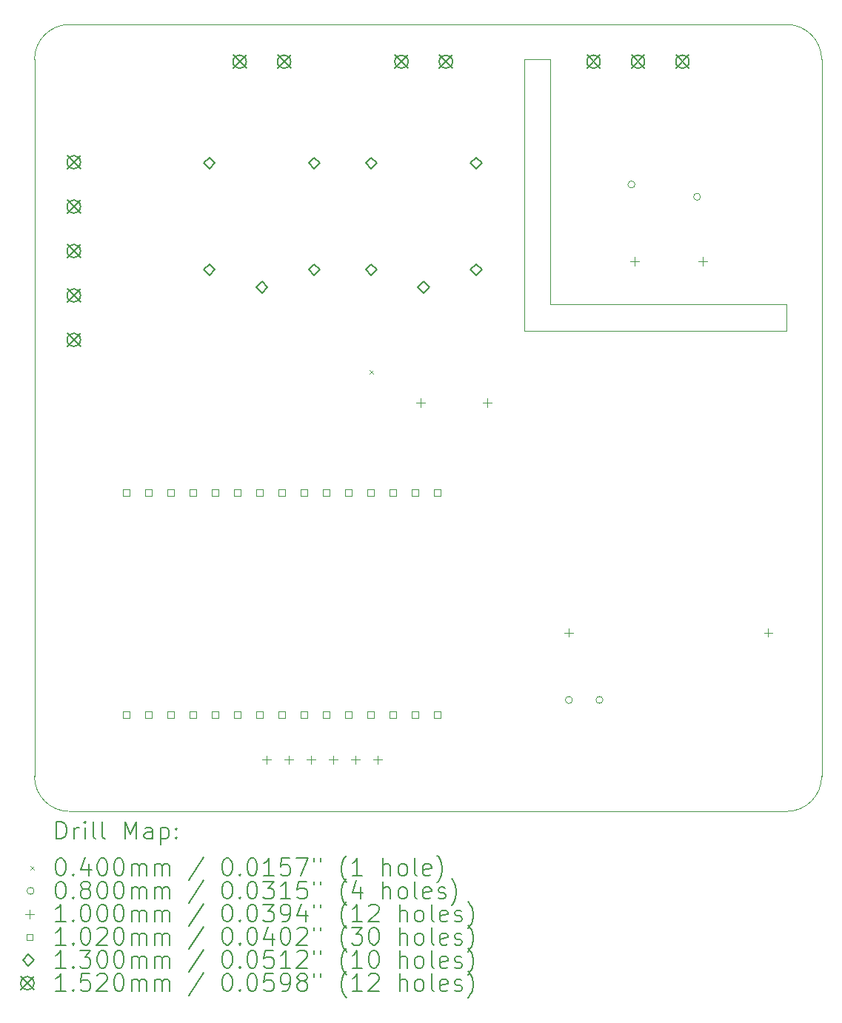
<source format=gbr>
%TF.GenerationSoftware,KiCad,Pcbnew,(6.0.7)*%
%TF.CreationDate,2022-11-19T09:32:56+05:30*%
%TF.ProjectId,ESP32_Drive,45535033-325f-4447-9269-76652e6b6963,rev?*%
%TF.SameCoordinates,Original*%
%TF.FileFunction,Drillmap*%
%TF.FilePolarity,Positive*%
%FSLAX45Y45*%
G04 Gerber Fmt 4.5, Leading zero omitted, Abs format (unit mm)*
G04 Created by KiCad (PCBNEW (6.0.7)) date 2022-11-19 09:32:56*
%MOMM*%
%LPD*%
G01*
G04 APERTURE LIST*
%ADD10C,0.100000*%
%ADD11C,0.200000*%
%ADD12C,0.040000*%
%ADD13C,0.080000*%
%ADD14C,0.102000*%
%ADD15C,0.130000*%
%ADD16C,0.152000*%
G04 APERTURE END LIST*
D10*
X10600000Y-6400000D02*
X10900000Y-6400000D01*
X5000000Y-14600000D02*
G75*
G03*
X5400000Y-15000000I400000J0D01*
G01*
X5400000Y-6000000D02*
G75*
G03*
X5000000Y-6400000I0J-400000D01*
G01*
X13600000Y-15000000D02*
G75*
G03*
X14000000Y-14600000I0J400000D01*
G01*
X13600000Y-9200000D02*
X13600000Y-9500000D01*
X10900000Y-6400000D02*
X10900000Y-9200000D01*
X10600000Y-9500000D02*
X10600000Y-6400000D01*
X5400000Y-6000000D02*
X13600000Y-6000000D01*
X13600000Y-15000000D02*
X5400000Y-15000000D01*
X5000000Y-14600000D02*
X5000000Y-6400000D01*
X14000000Y-6400000D02*
X14000000Y-14600000D01*
X10900000Y-9200000D02*
X13600000Y-9200000D01*
X14000000Y-6400000D02*
G75*
G03*
X13600000Y-6000000I-400000J0D01*
G01*
X13600000Y-9500000D02*
X10600000Y-9500000D01*
D11*
D12*
X8830000Y-9955000D02*
X8870000Y-9995000D01*
X8870000Y-9955000D02*
X8830000Y-9995000D01*
D13*
X11149735Y-13725000D02*
G75*
G03*
X11149735Y-13725000I-40000J0D01*
G01*
X11499735Y-13725000D02*
G75*
G03*
X11499735Y-13725000I-40000J0D01*
G01*
X11865000Y-7830000D02*
G75*
G03*
X11865000Y-7830000I-40000J0D01*
G01*
X12615000Y-7970000D02*
G75*
G03*
X12615000Y-7970000I-40000J0D01*
G01*
D10*
X7655000Y-14360000D02*
X7655000Y-14460000D01*
X7605000Y-14410000D02*
X7705000Y-14410000D01*
X7909000Y-14360000D02*
X7909000Y-14460000D01*
X7859000Y-14410000D02*
X7959000Y-14410000D01*
X8163000Y-14360000D02*
X8163000Y-14460000D01*
X8113000Y-14410000D02*
X8213000Y-14410000D01*
X8417000Y-14360000D02*
X8417000Y-14460000D01*
X8367000Y-14410000D02*
X8467000Y-14410000D01*
X8671000Y-14360000D02*
X8671000Y-14460000D01*
X8621000Y-14410000D02*
X8721000Y-14410000D01*
X8925000Y-14360000D02*
X8925000Y-14460000D01*
X8875000Y-14410000D02*
X8975000Y-14410000D01*
X9415000Y-10275000D02*
X9415000Y-10375000D01*
X9365000Y-10325000D02*
X9465000Y-10325000D01*
X10175000Y-10275000D02*
X10175000Y-10375000D01*
X10125000Y-10325000D02*
X10225000Y-10325000D01*
X11110000Y-12905000D02*
X11110000Y-13005000D01*
X11060000Y-12955000D02*
X11160000Y-12955000D01*
X11860000Y-8655000D02*
X11860000Y-8755000D01*
X11810000Y-8705000D02*
X11910000Y-8705000D01*
X12640000Y-8655000D02*
X12640000Y-8755000D01*
X12590000Y-8705000D02*
X12690000Y-8705000D01*
X13390000Y-12905000D02*
X13390000Y-13005000D01*
X13340000Y-12955000D02*
X13440000Y-12955000D01*
D14*
X6084563Y-11388813D02*
X6084563Y-11316687D01*
X6012437Y-11316687D01*
X6012437Y-11388813D01*
X6084563Y-11388813D01*
X6084563Y-13928813D02*
X6084563Y-13856687D01*
X6012437Y-13856687D01*
X6012437Y-13928813D01*
X6084563Y-13928813D01*
X6338563Y-11388813D02*
X6338563Y-11316687D01*
X6266437Y-11316687D01*
X6266437Y-11388813D01*
X6338563Y-11388813D01*
X6338563Y-13928813D02*
X6338563Y-13856687D01*
X6266437Y-13856687D01*
X6266437Y-13928813D01*
X6338563Y-13928813D01*
X6592563Y-11388813D02*
X6592563Y-11316687D01*
X6520437Y-11316687D01*
X6520437Y-11388813D01*
X6592563Y-11388813D01*
X6592563Y-13928813D02*
X6592563Y-13856687D01*
X6520437Y-13856687D01*
X6520437Y-13928813D01*
X6592563Y-13928813D01*
X6846563Y-11388813D02*
X6846563Y-11316687D01*
X6774437Y-11316687D01*
X6774437Y-11388813D01*
X6846563Y-11388813D01*
X6846563Y-13928813D02*
X6846563Y-13856687D01*
X6774437Y-13856687D01*
X6774437Y-13928813D01*
X6846563Y-13928813D01*
X7100563Y-11388813D02*
X7100563Y-11316687D01*
X7028437Y-11316687D01*
X7028437Y-11388813D01*
X7100563Y-11388813D01*
X7100563Y-13928813D02*
X7100563Y-13856687D01*
X7028437Y-13856687D01*
X7028437Y-13928813D01*
X7100563Y-13928813D01*
X7354563Y-11388813D02*
X7354563Y-11316687D01*
X7282437Y-11316687D01*
X7282437Y-11388813D01*
X7354563Y-11388813D01*
X7354563Y-13928813D02*
X7354563Y-13856687D01*
X7282437Y-13856687D01*
X7282437Y-13928813D01*
X7354563Y-13928813D01*
X7608563Y-11388813D02*
X7608563Y-11316687D01*
X7536437Y-11316687D01*
X7536437Y-11388813D01*
X7608563Y-11388813D01*
X7608563Y-13928813D02*
X7608563Y-13856687D01*
X7536437Y-13856687D01*
X7536437Y-13928813D01*
X7608563Y-13928813D01*
X7862563Y-11388813D02*
X7862563Y-11316687D01*
X7790437Y-11316687D01*
X7790437Y-11388813D01*
X7862563Y-11388813D01*
X7862563Y-13928813D02*
X7862563Y-13856687D01*
X7790437Y-13856687D01*
X7790437Y-13928813D01*
X7862563Y-13928813D01*
X8116563Y-11388813D02*
X8116563Y-11316687D01*
X8044437Y-11316687D01*
X8044437Y-11388813D01*
X8116563Y-11388813D01*
X8116563Y-13928813D02*
X8116563Y-13856687D01*
X8044437Y-13856687D01*
X8044437Y-13928813D01*
X8116563Y-13928813D01*
X8370563Y-11388813D02*
X8370563Y-11316687D01*
X8298437Y-11316687D01*
X8298437Y-11388813D01*
X8370563Y-11388813D01*
X8370563Y-13928813D02*
X8370563Y-13856687D01*
X8298437Y-13856687D01*
X8298437Y-13928813D01*
X8370563Y-13928813D01*
X8624563Y-11388813D02*
X8624563Y-11316687D01*
X8552437Y-11316687D01*
X8552437Y-11388813D01*
X8624563Y-11388813D01*
X8624563Y-13928813D02*
X8624563Y-13856687D01*
X8552437Y-13856687D01*
X8552437Y-13928813D01*
X8624563Y-13928813D01*
X8878563Y-11388813D02*
X8878563Y-11316687D01*
X8806437Y-11316687D01*
X8806437Y-11388813D01*
X8878563Y-11388813D01*
X8878563Y-13928813D02*
X8878563Y-13856687D01*
X8806437Y-13856687D01*
X8806437Y-13928813D01*
X8878563Y-13928813D01*
X9132563Y-11388813D02*
X9132563Y-11316687D01*
X9060437Y-11316687D01*
X9060437Y-11388813D01*
X9132563Y-11388813D01*
X9132563Y-13928813D02*
X9132563Y-13856687D01*
X9060437Y-13856687D01*
X9060437Y-13928813D01*
X9132563Y-13928813D01*
X9386563Y-11388813D02*
X9386563Y-11316687D01*
X9314437Y-11316687D01*
X9314437Y-11388813D01*
X9386563Y-11388813D01*
X9386563Y-13928813D02*
X9386563Y-13856687D01*
X9314437Y-13856687D01*
X9314437Y-13928813D01*
X9386563Y-13928813D01*
X9640563Y-11388813D02*
X9640563Y-11316687D01*
X9568437Y-11316687D01*
X9568437Y-11388813D01*
X9640563Y-11388813D01*
X9640563Y-13928813D02*
X9640563Y-13856687D01*
X9568437Y-13856687D01*
X9568437Y-13928813D01*
X9640563Y-13928813D01*
D15*
X7000000Y-7650000D02*
X7065000Y-7585000D01*
X7000000Y-7520000D01*
X6935000Y-7585000D01*
X7000000Y-7650000D01*
X7000000Y-8870000D02*
X7065000Y-8805000D01*
X7000000Y-8740000D01*
X6935000Y-8805000D01*
X7000000Y-8870000D01*
X7600000Y-9070000D02*
X7665000Y-9005000D01*
X7600000Y-8940000D01*
X7535000Y-9005000D01*
X7600000Y-9070000D01*
X8200000Y-7650000D02*
X8265000Y-7585000D01*
X8200000Y-7520000D01*
X8135000Y-7585000D01*
X8200000Y-7650000D01*
X8200000Y-8870000D02*
X8265000Y-8805000D01*
X8200000Y-8740000D01*
X8135000Y-8805000D01*
X8200000Y-8870000D01*
X8850000Y-7650000D02*
X8915000Y-7585000D01*
X8850000Y-7520000D01*
X8785000Y-7585000D01*
X8850000Y-7650000D01*
X8850000Y-8870000D02*
X8915000Y-8805000D01*
X8850000Y-8740000D01*
X8785000Y-8805000D01*
X8850000Y-8870000D01*
X9450000Y-9070000D02*
X9515000Y-9005000D01*
X9450000Y-8940000D01*
X9385000Y-9005000D01*
X9450000Y-9070000D01*
X10050000Y-7650000D02*
X10115000Y-7585000D01*
X10050000Y-7520000D01*
X9985000Y-7585000D01*
X10050000Y-7650000D01*
X10050000Y-8870000D02*
X10115000Y-8805000D01*
X10050000Y-8740000D01*
X9985000Y-8805000D01*
X10050000Y-8870000D01*
D16*
X5374000Y-7499000D02*
X5526000Y-7651000D01*
X5526000Y-7499000D02*
X5374000Y-7651000D01*
X5526000Y-7575000D02*
G75*
G03*
X5526000Y-7575000I-76000J0D01*
G01*
X5374000Y-8007000D02*
X5526000Y-8159000D01*
X5526000Y-8007000D02*
X5374000Y-8159000D01*
X5526000Y-8083000D02*
G75*
G03*
X5526000Y-8083000I-76000J0D01*
G01*
X5374000Y-8515000D02*
X5526000Y-8667000D01*
X5526000Y-8515000D02*
X5374000Y-8667000D01*
X5526000Y-8591000D02*
G75*
G03*
X5526000Y-8591000I-76000J0D01*
G01*
X5374000Y-9023000D02*
X5526000Y-9175000D01*
X5526000Y-9023000D02*
X5374000Y-9175000D01*
X5526000Y-9099000D02*
G75*
G03*
X5526000Y-9099000I-76000J0D01*
G01*
X5374000Y-9531000D02*
X5526000Y-9683000D01*
X5526000Y-9531000D02*
X5374000Y-9683000D01*
X5526000Y-9607000D02*
G75*
G03*
X5526000Y-9607000I-76000J0D01*
G01*
X7270000Y-6349000D02*
X7422000Y-6501000D01*
X7422000Y-6349000D02*
X7270000Y-6501000D01*
X7422000Y-6425000D02*
G75*
G03*
X7422000Y-6425000I-76000J0D01*
G01*
X7778000Y-6349000D02*
X7930000Y-6501000D01*
X7930000Y-6349000D02*
X7778000Y-6501000D01*
X7930000Y-6425000D02*
G75*
G03*
X7930000Y-6425000I-76000J0D01*
G01*
X9120000Y-6349000D02*
X9272000Y-6501000D01*
X9272000Y-6349000D02*
X9120000Y-6501000D01*
X9272000Y-6425000D02*
G75*
G03*
X9272000Y-6425000I-76000J0D01*
G01*
X9628000Y-6349000D02*
X9780000Y-6501000D01*
X9780000Y-6349000D02*
X9628000Y-6501000D01*
X9780000Y-6425000D02*
G75*
G03*
X9780000Y-6425000I-76000J0D01*
G01*
X11316000Y-6349000D02*
X11468000Y-6501000D01*
X11468000Y-6349000D02*
X11316000Y-6501000D01*
X11468000Y-6425000D02*
G75*
G03*
X11468000Y-6425000I-76000J0D01*
G01*
X11824000Y-6349000D02*
X11976000Y-6501000D01*
X11976000Y-6349000D02*
X11824000Y-6501000D01*
X11976000Y-6425000D02*
G75*
G03*
X11976000Y-6425000I-76000J0D01*
G01*
X12332000Y-6349000D02*
X12484000Y-6501000D01*
X12484000Y-6349000D02*
X12332000Y-6501000D01*
X12484000Y-6425000D02*
G75*
G03*
X12484000Y-6425000I-76000J0D01*
G01*
D11*
X5252619Y-15315476D02*
X5252619Y-15115476D01*
X5300238Y-15115476D01*
X5328810Y-15125000D01*
X5347857Y-15144048D01*
X5357381Y-15163095D01*
X5366905Y-15201190D01*
X5366905Y-15229762D01*
X5357381Y-15267857D01*
X5347857Y-15286905D01*
X5328810Y-15305952D01*
X5300238Y-15315476D01*
X5252619Y-15315476D01*
X5452619Y-15315476D02*
X5452619Y-15182143D01*
X5452619Y-15220238D02*
X5462143Y-15201190D01*
X5471667Y-15191667D01*
X5490714Y-15182143D01*
X5509762Y-15182143D01*
X5576429Y-15315476D02*
X5576429Y-15182143D01*
X5576429Y-15115476D02*
X5566905Y-15125000D01*
X5576429Y-15134524D01*
X5585952Y-15125000D01*
X5576429Y-15115476D01*
X5576429Y-15134524D01*
X5700238Y-15315476D02*
X5681190Y-15305952D01*
X5671667Y-15286905D01*
X5671667Y-15115476D01*
X5805000Y-15315476D02*
X5785952Y-15305952D01*
X5776428Y-15286905D01*
X5776428Y-15115476D01*
X6033571Y-15315476D02*
X6033571Y-15115476D01*
X6100238Y-15258333D01*
X6166905Y-15115476D01*
X6166905Y-15315476D01*
X6347857Y-15315476D02*
X6347857Y-15210714D01*
X6338333Y-15191667D01*
X6319286Y-15182143D01*
X6281190Y-15182143D01*
X6262143Y-15191667D01*
X6347857Y-15305952D02*
X6328809Y-15315476D01*
X6281190Y-15315476D01*
X6262143Y-15305952D01*
X6252619Y-15286905D01*
X6252619Y-15267857D01*
X6262143Y-15248809D01*
X6281190Y-15239286D01*
X6328809Y-15239286D01*
X6347857Y-15229762D01*
X6443095Y-15182143D02*
X6443095Y-15382143D01*
X6443095Y-15191667D02*
X6462143Y-15182143D01*
X6500238Y-15182143D01*
X6519286Y-15191667D01*
X6528809Y-15201190D01*
X6538333Y-15220238D01*
X6538333Y-15277381D01*
X6528809Y-15296428D01*
X6519286Y-15305952D01*
X6500238Y-15315476D01*
X6462143Y-15315476D01*
X6443095Y-15305952D01*
X6624048Y-15296428D02*
X6633571Y-15305952D01*
X6624048Y-15315476D01*
X6614524Y-15305952D01*
X6624048Y-15296428D01*
X6624048Y-15315476D01*
X6624048Y-15191667D02*
X6633571Y-15201190D01*
X6624048Y-15210714D01*
X6614524Y-15201190D01*
X6624048Y-15191667D01*
X6624048Y-15210714D01*
D12*
X4955000Y-15625000D02*
X4995000Y-15665000D01*
X4995000Y-15625000D02*
X4955000Y-15665000D01*
D11*
X5290714Y-15535476D02*
X5309762Y-15535476D01*
X5328810Y-15545000D01*
X5338333Y-15554524D01*
X5347857Y-15573571D01*
X5357381Y-15611667D01*
X5357381Y-15659286D01*
X5347857Y-15697381D01*
X5338333Y-15716428D01*
X5328810Y-15725952D01*
X5309762Y-15735476D01*
X5290714Y-15735476D01*
X5271667Y-15725952D01*
X5262143Y-15716428D01*
X5252619Y-15697381D01*
X5243095Y-15659286D01*
X5243095Y-15611667D01*
X5252619Y-15573571D01*
X5262143Y-15554524D01*
X5271667Y-15545000D01*
X5290714Y-15535476D01*
X5443095Y-15716428D02*
X5452619Y-15725952D01*
X5443095Y-15735476D01*
X5433571Y-15725952D01*
X5443095Y-15716428D01*
X5443095Y-15735476D01*
X5624048Y-15602143D02*
X5624048Y-15735476D01*
X5576429Y-15525952D02*
X5528810Y-15668809D01*
X5652619Y-15668809D01*
X5766905Y-15535476D02*
X5785952Y-15535476D01*
X5805000Y-15545000D01*
X5814524Y-15554524D01*
X5824048Y-15573571D01*
X5833571Y-15611667D01*
X5833571Y-15659286D01*
X5824048Y-15697381D01*
X5814524Y-15716428D01*
X5805000Y-15725952D01*
X5785952Y-15735476D01*
X5766905Y-15735476D01*
X5747857Y-15725952D01*
X5738333Y-15716428D01*
X5728809Y-15697381D01*
X5719286Y-15659286D01*
X5719286Y-15611667D01*
X5728809Y-15573571D01*
X5738333Y-15554524D01*
X5747857Y-15545000D01*
X5766905Y-15535476D01*
X5957381Y-15535476D02*
X5976428Y-15535476D01*
X5995476Y-15545000D01*
X6005000Y-15554524D01*
X6014524Y-15573571D01*
X6024048Y-15611667D01*
X6024048Y-15659286D01*
X6014524Y-15697381D01*
X6005000Y-15716428D01*
X5995476Y-15725952D01*
X5976428Y-15735476D01*
X5957381Y-15735476D01*
X5938333Y-15725952D01*
X5928809Y-15716428D01*
X5919286Y-15697381D01*
X5909762Y-15659286D01*
X5909762Y-15611667D01*
X5919286Y-15573571D01*
X5928809Y-15554524D01*
X5938333Y-15545000D01*
X5957381Y-15535476D01*
X6109762Y-15735476D02*
X6109762Y-15602143D01*
X6109762Y-15621190D02*
X6119286Y-15611667D01*
X6138333Y-15602143D01*
X6166905Y-15602143D01*
X6185952Y-15611667D01*
X6195476Y-15630714D01*
X6195476Y-15735476D01*
X6195476Y-15630714D02*
X6205000Y-15611667D01*
X6224048Y-15602143D01*
X6252619Y-15602143D01*
X6271667Y-15611667D01*
X6281190Y-15630714D01*
X6281190Y-15735476D01*
X6376428Y-15735476D02*
X6376428Y-15602143D01*
X6376428Y-15621190D02*
X6385952Y-15611667D01*
X6405000Y-15602143D01*
X6433571Y-15602143D01*
X6452619Y-15611667D01*
X6462143Y-15630714D01*
X6462143Y-15735476D01*
X6462143Y-15630714D02*
X6471667Y-15611667D01*
X6490714Y-15602143D01*
X6519286Y-15602143D01*
X6538333Y-15611667D01*
X6547857Y-15630714D01*
X6547857Y-15735476D01*
X6938333Y-15525952D02*
X6766905Y-15783095D01*
X7195476Y-15535476D02*
X7214524Y-15535476D01*
X7233571Y-15545000D01*
X7243095Y-15554524D01*
X7252619Y-15573571D01*
X7262143Y-15611667D01*
X7262143Y-15659286D01*
X7252619Y-15697381D01*
X7243095Y-15716428D01*
X7233571Y-15725952D01*
X7214524Y-15735476D01*
X7195476Y-15735476D01*
X7176428Y-15725952D01*
X7166905Y-15716428D01*
X7157381Y-15697381D01*
X7147857Y-15659286D01*
X7147857Y-15611667D01*
X7157381Y-15573571D01*
X7166905Y-15554524D01*
X7176428Y-15545000D01*
X7195476Y-15535476D01*
X7347857Y-15716428D02*
X7357381Y-15725952D01*
X7347857Y-15735476D01*
X7338333Y-15725952D01*
X7347857Y-15716428D01*
X7347857Y-15735476D01*
X7481190Y-15535476D02*
X7500238Y-15535476D01*
X7519286Y-15545000D01*
X7528809Y-15554524D01*
X7538333Y-15573571D01*
X7547857Y-15611667D01*
X7547857Y-15659286D01*
X7538333Y-15697381D01*
X7528809Y-15716428D01*
X7519286Y-15725952D01*
X7500238Y-15735476D01*
X7481190Y-15735476D01*
X7462143Y-15725952D01*
X7452619Y-15716428D01*
X7443095Y-15697381D01*
X7433571Y-15659286D01*
X7433571Y-15611667D01*
X7443095Y-15573571D01*
X7452619Y-15554524D01*
X7462143Y-15545000D01*
X7481190Y-15535476D01*
X7738333Y-15735476D02*
X7624048Y-15735476D01*
X7681190Y-15735476D02*
X7681190Y-15535476D01*
X7662143Y-15564048D01*
X7643095Y-15583095D01*
X7624048Y-15592619D01*
X7919286Y-15535476D02*
X7824048Y-15535476D01*
X7814524Y-15630714D01*
X7824048Y-15621190D01*
X7843095Y-15611667D01*
X7890714Y-15611667D01*
X7909762Y-15621190D01*
X7919286Y-15630714D01*
X7928809Y-15649762D01*
X7928809Y-15697381D01*
X7919286Y-15716428D01*
X7909762Y-15725952D01*
X7890714Y-15735476D01*
X7843095Y-15735476D01*
X7824048Y-15725952D01*
X7814524Y-15716428D01*
X7995476Y-15535476D02*
X8128809Y-15535476D01*
X8043095Y-15735476D01*
X8195476Y-15535476D02*
X8195476Y-15573571D01*
X8271667Y-15535476D02*
X8271667Y-15573571D01*
X8566905Y-15811667D02*
X8557381Y-15802143D01*
X8538333Y-15773571D01*
X8528810Y-15754524D01*
X8519286Y-15725952D01*
X8509762Y-15678333D01*
X8509762Y-15640238D01*
X8519286Y-15592619D01*
X8528810Y-15564048D01*
X8538333Y-15545000D01*
X8557381Y-15516428D01*
X8566905Y-15506905D01*
X8747857Y-15735476D02*
X8633571Y-15735476D01*
X8690714Y-15735476D02*
X8690714Y-15535476D01*
X8671667Y-15564048D01*
X8652619Y-15583095D01*
X8633571Y-15592619D01*
X8985952Y-15735476D02*
X8985952Y-15535476D01*
X9071667Y-15735476D02*
X9071667Y-15630714D01*
X9062143Y-15611667D01*
X9043095Y-15602143D01*
X9014524Y-15602143D01*
X8995476Y-15611667D01*
X8985952Y-15621190D01*
X9195476Y-15735476D02*
X9176429Y-15725952D01*
X9166905Y-15716428D01*
X9157381Y-15697381D01*
X9157381Y-15640238D01*
X9166905Y-15621190D01*
X9176429Y-15611667D01*
X9195476Y-15602143D01*
X9224048Y-15602143D01*
X9243095Y-15611667D01*
X9252619Y-15621190D01*
X9262143Y-15640238D01*
X9262143Y-15697381D01*
X9252619Y-15716428D01*
X9243095Y-15725952D01*
X9224048Y-15735476D01*
X9195476Y-15735476D01*
X9376429Y-15735476D02*
X9357381Y-15725952D01*
X9347857Y-15706905D01*
X9347857Y-15535476D01*
X9528810Y-15725952D02*
X9509762Y-15735476D01*
X9471667Y-15735476D01*
X9452619Y-15725952D01*
X9443095Y-15706905D01*
X9443095Y-15630714D01*
X9452619Y-15611667D01*
X9471667Y-15602143D01*
X9509762Y-15602143D01*
X9528810Y-15611667D01*
X9538333Y-15630714D01*
X9538333Y-15649762D01*
X9443095Y-15668809D01*
X9605000Y-15811667D02*
X9614524Y-15802143D01*
X9633571Y-15773571D01*
X9643095Y-15754524D01*
X9652619Y-15725952D01*
X9662143Y-15678333D01*
X9662143Y-15640238D01*
X9652619Y-15592619D01*
X9643095Y-15564048D01*
X9633571Y-15545000D01*
X9614524Y-15516428D01*
X9605000Y-15506905D01*
D13*
X4995000Y-15909000D02*
G75*
G03*
X4995000Y-15909000I-40000J0D01*
G01*
D11*
X5290714Y-15799476D02*
X5309762Y-15799476D01*
X5328810Y-15809000D01*
X5338333Y-15818524D01*
X5347857Y-15837571D01*
X5357381Y-15875667D01*
X5357381Y-15923286D01*
X5347857Y-15961381D01*
X5338333Y-15980428D01*
X5328810Y-15989952D01*
X5309762Y-15999476D01*
X5290714Y-15999476D01*
X5271667Y-15989952D01*
X5262143Y-15980428D01*
X5252619Y-15961381D01*
X5243095Y-15923286D01*
X5243095Y-15875667D01*
X5252619Y-15837571D01*
X5262143Y-15818524D01*
X5271667Y-15809000D01*
X5290714Y-15799476D01*
X5443095Y-15980428D02*
X5452619Y-15989952D01*
X5443095Y-15999476D01*
X5433571Y-15989952D01*
X5443095Y-15980428D01*
X5443095Y-15999476D01*
X5566905Y-15885190D02*
X5547857Y-15875667D01*
X5538333Y-15866143D01*
X5528810Y-15847095D01*
X5528810Y-15837571D01*
X5538333Y-15818524D01*
X5547857Y-15809000D01*
X5566905Y-15799476D01*
X5605000Y-15799476D01*
X5624048Y-15809000D01*
X5633571Y-15818524D01*
X5643095Y-15837571D01*
X5643095Y-15847095D01*
X5633571Y-15866143D01*
X5624048Y-15875667D01*
X5605000Y-15885190D01*
X5566905Y-15885190D01*
X5547857Y-15894714D01*
X5538333Y-15904238D01*
X5528810Y-15923286D01*
X5528810Y-15961381D01*
X5538333Y-15980428D01*
X5547857Y-15989952D01*
X5566905Y-15999476D01*
X5605000Y-15999476D01*
X5624048Y-15989952D01*
X5633571Y-15980428D01*
X5643095Y-15961381D01*
X5643095Y-15923286D01*
X5633571Y-15904238D01*
X5624048Y-15894714D01*
X5605000Y-15885190D01*
X5766905Y-15799476D02*
X5785952Y-15799476D01*
X5805000Y-15809000D01*
X5814524Y-15818524D01*
X5824048Y-15837571D01*
X5833571Y-15875667D01*
X5833571Y-15923286D01*
X5824048Y-15961381D01*
X5814524Y-15980428D01*
X5805000Y-15989952D01*
X5785952Y-15999476D01*
X5766905Y-15999476D01*
X5747857Y-15989952D01*
X5738333Y-15980428D01*
X5728809Y-15961381D01*
X5719286Y-15923286D01*
X5719286Y-15875667D01*
X5728809Y-15837571D01*
X5738333Y-15818524D01*
X5747857Y-15809000D01*
X5766905Y-15799476D01*
X5957381Y-15799476D02*
X5976428Y-15799476D01*
X5995476Y-15809000D01*
X6005000Y-15818524D01*
X6014524Y-15837571D01*
X6024048Y-15875667D01*
X6024048Y-15923286D01*
X6014524Y-15961381D01*
X6005000Y-15980428D01*
X5995476Y-15989952D01*
X5976428Y-15999476D01*
X5957381Y-15999476D01*
X5938333Y-15989952D01*
X5928809Y-15980428D01*
X5919286Y-15961381D01*
X5909762Y-15923286D01*
X5909762Y-15875667D01*
X5919286Y-15837571D01*
X5928809Y-15818524D01*
X5938333Y-15809000D01*
X5957381Y-15799476D01*
X6109762Y-15999476D02*
X6109762Y-15866143D01*
X6109762Y-15885190D02*
X6119286Y-15875667D01*
X6138333Y-15866143D01*
X6166905Y-15866143D01*
X6185952Y-15875667D01*
X6195476Y-15894714D01*
X6195476Y-15999476D01*
X6195476Y-15894714D02*
X6205000Y-15875667D01*
X6224048Y-15866143D01*
X6252619Y-15866143D01*
X6271667Y-15875667D01*
X6281190Y-15894714D01*
X6281190Y-15999476D01*
X6376428Y-15999476D02*
X6376428Y-15866143D01*
X6376428Y-15885190D02*
X6385952Y-15875667D01*
X6405000Y-15866143D01*
X6433571Y-15866143D01*
X6452619Y-15875667D01*
X6462143Y-15894714D01*
X6462143Y-15999476D01*
X6462143Y-15894714D02*
X6471667Y-15875667D01*
X6490714Y-15866143D01*
X6519286Y-15866143D01*
X6538333Y-15875667D01*
X6547857Y-15894714D01*
X6547857Y-15999476D01*
X6938333Y-15789952D02*
X6766905Y-16047095D01*
X7195476Y-15799476D02*
X7214524Y-15799476D01*
X7233571Y-15809000D01*
X7243095Y-15818524D01*
X7252619Y-15837571D01*
X7262143Y-15875667D01*
X7262143Y-15923286D01*
X7252619Y-15961381D01*
X7243095Y-15980428D01*
X7233571Y-15989952D01*
X7214524Y-15999476D01*
X7195476Y-15999476D01*
X7176428Y-15989952D01*
X7166905Y-15980428D01*
X7157381Y-15961381D01*
X7147857Y-15923286D01*
X7147857Y-15875667D01*
X7157381Y-15837571D01*
X7166905Y-15818524D01*
X7176428Y-15809000D01*
X7195476Y-15799476D01*
X7347857Y-15980428D02*
X7357381Y-15989952D01*
X7347857Y-15999476D01*
X7338333Y-15989952D01*
X7347857Y-15980428D01*
X7347857Y-15999476D01*
X7481190Y-15799476D02*
X7500238Y-15799476D01*
X7519286Y-15809000D01*
X7528809Y-15818524D01*
X7538333Y-15837571D01*
X7547857Y-15875667D01*
X7547857Y-15923286D01*
X7538333Y-15961381D01*
X7528809Y-15980428D01*
X7519286Y-15989952D01*
X7500238Y-15999476D01*
X7481190Y-15999476D01*
X7462143Y-15989952D01*
X7452619Y-15980428D01*
X7443095Y-15961381D01*
X7433571Y-15923286D01*
X7433571Y-15875667D01*
X7443095Y-15837571D01*
X7452619Y-15818524D01*
X7462143Y-15809000D01*
X7481190Y-15799476D01*
X7614524Y-15799476D02*
X7738333Y-15799476D01*
X7671667Y-15875667D01*
X7700238Y-15875667D01*
X7719286Y-15885190D01*
X7728809Y-15894714D01*
X7738333Y-15913762D01*
X7738333Y-15961381D01*
X7728809Y-15980428D01*
X7719286Y-15989952D01*
X7700238Y-15999476D01*
X7643095Y-15999476D01*
X7624048Y-15989952D01*
X7614524Y-15980428D01*
X7928809Y-15999476D02*
X7814524Y-15999476D01*
X7871667Y-15999476D02*
X7871667Y-15799476D01*
X7852619Y-15828048D01*
X7833571Y-15847095D01*
X7814524Y-15856619D01*
X8109762Y-15799476D02*
X8014524Y-15799476D01*
X8005000Y-15894714D01*
X8014524Y-15885190D01*
X8033571Y-15875667D01*
X8081190Y-15875667D01*
X8100238Y-15885190D01*
X8109762Y-15894714D01*
X8119286Y-15913762D01*
X8119286Y-15961381D01*
X8109762Y-15980428D01*
X8100238Y-15989952D01*
X8081190Y-15999476D01*
X8033571Y-15999476D01*
X8014524Y-15989952D01*
X8005000Y-15980428D01*
X8195476Y-15799476D02*
X8195476Y-15837571D01*
X8271667Y-15799476D02*
X8271667Y-15837571D01*
X8566905Y-16075667D02*
X8557381Y-16066143D01*
X8538333Y-16037571D01*
X8528810Y-16018524D01*
X8519286Y-15989952D01*
X8509762Y-15942333D01*
X8509762Y-15904238D01*
X8519286Y-15856619D01*
X8528810Y-15828048D01*
X8538333Y-15809000D01*
X8557381Y-15780428D01*
X8566905Y-15770905D01*
X8728810Y-15866143D02*
X8728810Y-15999476D01*
X8681190Y-15789952D02*
X8633571Y-15932809D01*
X8757381Y-15932809D01*
X8985952Y-15999476D02*
X8985952Y-15799476D01*
X9071667Y-15999476D02*
X9071667Y-15894714D01*
X9062143Y-15875667D01*
X9043095Y-15866143D01*
X9014524Y-15866143D01*
X8995476Y-15875667D01*
X8985952Y-15885190D01*
X9195476Y-15999476D02*
X9176429Y-15989952D01*
X9166905Y-15980428D01*
X9157381Y-15961381D01*
X9157381Y-15904238D01*
X9166905Y-15885190D01*
X9176429Y-15875667D01*
X9195476Y-15866143D01*
X9224048Y-15866143D01*
X9243095Y-15875667D01*
X9252619Y-15885190D01*
X9262143Y-15904238D01*
X9262143Y-15961381D01*
X9252619Y-15980428D01*
X9243095Y-15989952D01*
X9224048Y-15999476D01*
X9195476Y-15999476D01*
X9376429Y-15999476D02*
X9357381Y-15989952D01*
X9347857Y-15970905D01*
X9347857Y-15799476D01*
X9528810Y-15989952D02*
X9509762Y-15999476D01*
X9471667Y-15999476D01*
X9452619Y-15989952D01*
X9443095Y-15970905D01*
X9443095Y-15894714D01*
X9452619Y-15875667D01*
X9471667Y-15866143D01*
X9509762Y-15866143D01*
X9528810Y-15875667D01*
X9538333Y-15894714D01*
X9538333Y-15913762D01*
X9443095Y-15932809D01*
X9614524Y-15989952D02*
X9633571Y-15999476D01*
X9671667Y-15999476D01*
X9690714Y-15989952D01*
X9700238Y-15970905D01*
X9700238Y-15961381D01*
X9690714Y-15942333D01*
X9671667Y-15932809D01*
X9643095Y-15932809D01*
X9624048Y-15923286D01*
X9614524Y-15904238D01*
X9614524Y-15894714D01*
X9624048Y-15875667D01*
X9643095Y-15866143D01*
X9671667Y-15866143D01*
X9690714Y-15875667D01*
X9766905Y-16075667D02*
X9776429Y-16066143D01*
X9795476Y-16037571D01*
X9805000Y-16018524D01*
X9814524Y-15989952D01*
X9824048Y-15942333D01*
X9824048Y-15904238D01*
X9814524Y-15856619D01*
X9805000Y-15828048D01*
X9795476Y-15809000D01*
X9776429Y-15780428D01*
X9766905Y-15770905D01*
D10*
X4945000Y-16123000D02*
X4945000Y-16223000D01*
X4895000Y-16173000D02*
X4995000Y-16173000D01*
D11*
X5357381Y-16263476D02*
X5243095Y-16263476D01*
X5300238Y-16263476D02*
X5300238Y-16063476D01*
X5281190Y-16092048D01*
X5262143Y-16111095D01*
X5243095Y-16120619D01*
X5443095Y-16244428D02*
X5452619Y-16253952D01*
X5443095Y-16263476D01*
X5433571Y-16253952D01*
X5443095Y-16244428D01*
X5443095Y-16263476D01*
X5576429Y-16063476D02*
X5595476Y-16063476D01*
X5614524Y-16073000D01*
X5624048Y-16082524D01*
X5633571Y-16101571D01*
X5643095Y-16139667D01*
X5643095Y-16187286D01*
X5633571Y-16225381D01*
X5624048Y-16244428D01*
X5614524Y-16253952D01*
X5595476Y-16263476D01*
X5576429Y-16263476D01*
X5557381Y-16253952D01*
X5547857Y-16244428D01*
X5538333Y-16225381D01*
X5528810Y-16187286D01*
X5528810Y-16139667D01*
X5538333Y-16101571D01*
X5547857Y-16082524D01*
X5557381Y-16073000D01*
X5576429Y-16063476D01*
X5766905Y-16063476D02*
X5785952Y-16063476D01*
X5805000Y-16073000D01*
X5814524Y-16082524D01*
X5824048Y-16101571D01*
X5833571Y-16139667D01*
X5833571Y-16187286D01*
X5824048Y-16225381D01*
X5814524Y-16244428D01*
X5805000Y-16253952D01*
X5785952Y-16263476D01*
X5766905Y-16263476D01*
X5747857Y-16253952D01*
X5738333Y-16244428D01*
X5728809Y-16225381D01*
X5719286Y-16187286D01*
X5719286Y-16139667D01*
X5728809Y-16101571D01*
X5738333Y-16082524D01*
X5747857Y-16073000D01*
X5766905Y-16063476D01*
X5957381Y-16063476D02*
X5976428Y-16063476D01*
X5995476Y-16073000D01*
X6005000Y-16082524D01*
X6014524Y-16101571D01*
X6024048Y-16139667D01*
X6024048Y-16187286D01*
X6014524Y-16225381D01*
X6005000Y-16244428D01*
X5995476Y-16253952D01*
X5976428Y-16263476D01*
X5957381Y-16263476D01*
X5938333Y-16253952D01*
X5928809Y-16244428D01*
X5919286Y-16225381D01*
X5909762Y-16187286D01*
X5909762Y-16139667D01*
X5919286Y-16101571D01*
X5928809Y-16082524D01*
X5938333Y-16073000D01*
X5957381Y-16063476D01*
X6109762Y-16263476D02*
X6109762Y-16130143D01*
X6109762Y-16149190D02*
X6119286Y-16139667D01*
X6138333Y-16130143D01*
X6166905Y-16130143D01*
X6185952Y-16139667D01*
X6195476Y-16158714D01*
X6195476Y-16263476D01*
X6195476Y-16158714D02*
X6205000Y-16139667D01*
X6224048Y-16130143D01*
X6252619Y-16130143D01*
X6271667Y-16139667D01*
X6281190Y-16158714D01*
X6281190Y-16263476D01*
X6376428Y-16263476D02*
X6376428Y-16130143D01*
X6376428Y-16149190D02*
X6385952Y-16139667D01*
X6405000Y-16130143D01*
X6433571Y-16130143D01*
X6452619Y-16139667D01*
X6462143Y-16158714D01*
X6462143Y-16263476D01*
X6462143Y-16158714D02*
X6471667Y-16139667D01*
X6490714Y-16130143D01*
X6519286Y-16130143D01*
X6538333Y-16139667D01*
X6547857Y-16158714D01*
X6547857Y-16263476D01*
X6938333Y-16053952D02*
X6766905Y-16311095D01*
X7195476Y-16063476D02*
X7214524Y-16063476D01*
X7233571Y-16073000D01*
X7243095Y-16082524D01*
X7252619Y-16101571D01*
X7262143Y-16139667D01*
X7262143Y-16187286D01*
X7252619Y-16225381D01*
X7243095Y-16244428D01*
X7233571Y-16253952D01*
X7214524Y-16263476D01*
X7195476Y-16263476D01*
X7176428Y-16253952D01*
X7166905Y-16244428D01*
X7157381Y-16225381D01*
X7147857Y-16187286D01*
X7147857Y-16139667D01*
X7157381Y-16101571D01*
X7166905Y-16082524D01*
X7176428Y-16073000D01*
X7195476Y-16063476D01*
X7347857Y-16244428D02*
X7357381Y-16253952D01*
X7347857Y-16263476D01*
X7338333Y-16253952D01*
X7347857Y-16244428D01*
X7347857Y-16263476D01*
X7481190Y-16063476D02*
X7500238Y-16063476D01*
X7519286Y-16073000D01*
X7528809Y-16082524D01*
X7538333Y-16101571D01*
X7547857Y-16139667D01*
X7547857Y-16187286D01*
X7538333Y-16225381D01*
X7528809Y-16244428D01*
X7519286Y-16253952D01*
X7500238Y-16263476D01*
X7481190Y-16263476D01*
X7462143Y-16253952D01*
X7452619Y-16244428D01*
X7443095Y-16225381D01*
X7433571Y-16187286D01*
X7433571Y-16139667D01*
X7443095Y-16101571D01*
X7452619Y-16082524D01*
X7462143Y-16073000D01*
X7481190Y-16063476D01*
X7614524Y-16063476D02*
X7738333Y-16063476D01*
X7671667Y-16139667D01*
X7700238Y-16139667D01*
X7719286Y-16149190D01*
X7728809Y-16158714D01*
X7738333Y-16177762D01*
X7738333Y-16225381D01*
X7728809Y-16244428D01*
X7719286Y-16253952D01*
X7700238Y-16263476D01*
X7643095Y-16263476D01*
X7624048Y-16253952D01*
X7614524Y-16244428D01*
X7833571Y-16263476D02*
X7871667Y-16263476D01*
X7890714Y-16253952D01*
X7900238Y-16244428D01*
X7919286Y-16215857D01*
X7928809Y-16177762D01*
X7928809Y-16101571D01*
X7919286Y-16082524D01*
X7909762Y-16073000D01*
X7890714Y-16063476D01*
X7852619Y-16063476D01*
X7833571Y-16073000D01*
X7824048Y-16082524D01*
X7814524Y-16101571D01*
X7814524Y-16149190D01*
X7824048Y-16168238D01*
X7833571Y-16177762D01*
X7852619Y-16187286D01*
X7890714Y-16187286D01*
X7909762Y-16177762D01*
X7919286Y-16168238D01*
X7928809Y-16149190D01*
X8100238Y-16130143D02*
X8100238Y-16263476D01*
X8052619Y-16053952D02*
X8005000Y-16196809D01*
X8128809Y-16196809D01*
X8195476Y-16063476D02*
X8195476Y-16101571D01*
X8271667Y-16063476D02*
X8271667Y-16101571D01*
X8566905Y-16339667D02*
X8557381Y-16330143D01*
X8538333Y-16301571D01*
X8528810Y-16282524D01*
X8519286Y-16253952D01*
X8509762Y-16206333D01*
X8509762Y-16168238D01*
X8519286Y-16120619D01*
X8528810Y-16092048D01*
X8538333Y-16073000D01*
X8557381Y-16044428D01*
X8566905Y-16034905D01*
X8747857Y-16263476D02*
X8633571Y-16263476D01*
X8690714Y-16263476D02*
X8690714Y-16063476D01*
X8671667Y-16092048D01*
X8652619Y-16111095D01*
X8633571Y-16120619D01*
X8824048Y-16082524D02*
X8833571Y-16073000D01*
X8852619Y-16063476D01*
X8900238Y-16063476D01*
X8919286Y-16073000D01*
X8928810Y-16082524D01*
X8938333Y-16101571D01*
X8938333Y-16120619D01*
X8928810Y-16149190D01*
X8814524Y-16263476D01*
X8938333Y-16263476D01*
X9176429Y-16263476D02*
X9176429Y-16063476D01*
X9262143Y-16263476D02*
X9262143Y-16158714D01*
X9252619Y-16139667D01*
X9233571Y-16130143D01*
X9205000Y-16130143D01*
X9185952Y-16139667D01*
X9176429Y-16149190D01*
X9385952Y-16263476D02*
X9366905Y-16253952D01*
X9357381Y-16244428D01*
X9347857Y-16225381D01*
X9347857Y-16168238D01*
X9357381Y-16149190D01*
X9366905Y-16139667D01*
X9385952Y-16130143D01*
X9414524Y-16130143D01*
X9433571Y-16139667D01*
X9443095Y-16149190D01*
X9452619Y-16168238D01*
X9452619Y-16225381D01*
X9443095Y-16244428D01*
X9433571Y-16253952D01*
X9414524Y-16263476D01*
X9385952Y-16263476D01*
X9566905Y-16263476D02*
X9547857Y-16253952D01*
X9538333Y-16234905D01*
X9538333Y-16063476D01*
X9719286Y-16253952D02*
X9700238Y-16263476D01*
X9662143Y-16263476D01*
X9643095Y-16253952D01*
X9633571Y-16234905D01*
X9633571Y-16158714D01*
X9643095Y-16139667D01*
X9662143Y-16130143D01*
X9700238Y-16130143D01*
X9719286Y-16139667D01*
X9728810Y-16158714D01*
X9728810Y-16177762D01*
X9633571Y-16196809D01*
X9805000Y-16253952D02*
X9824048Y-16263476D01*
X9862143Y-16263476D01*
X9881190Y-16253952D01*
X9890714Y-16234905D01*
X9890714Y-16225381D01*
X9881190Y-16206333D01*
X9862143Y-16196809D01*
X9833571Y-16196809D01*
X9814524Y-16187286D01*
X9805000Y-16168238D01*
X9805000Y-16158714D01*
X9814524Y-16139667D01*
X9833571Y-16130143D01*
X9862143Y-16130143D01*
X9881190Y-16139667D01*
X9957381Y-16339667D02*
X9966905Y-16330143D01*
X9985952Y-16301571D01*
X9995476Y-16282524D01*
X10005000Y-16253952D01*
X10014524Y-16206333D01*
X10014524Y-16168238D01*
X10005000Y-16120619D01*
X9995476Y-16092048D01*
X9985952Y-16073000D01*
X9966905Y-16044428D01*
X9957381Y-16034905D01*
D14*
X4980063Y-16473063D02*
X4980063Y-16400937D01*
X4907937Y-16400937D01*
X4907937Y-16473063D01*
X4980063Y-16473063D01*
D11*
X5357381Y-16527476D02*
X5243095Y-16527476D01*
X5300238Y-16527476D02*
X5300238Y-16327476D01*
X5281190Y-16356048D01*
X5262143Y-16375095D01*
X5243095Y-16384619D01*
X5443095Y-16508428D02*
X5452619Y-16517952D01*
X5443095Y-16527476D01*
X5433571Y-16517952D01*
X5443095Y-16508428D01*
X5443095Y-16527476D01*
X5576429Y-16327476D02*
X5595476Y-16327476D01*
X5614524Y-16337000D01*
X5624048Y-16346524D01*
X5633571Y-16365571D01*
X5643095Y-16403667D01*
X5643095Y-16451286D01*
X5633571Y-16489381D01*
X5624048Y-16508428D01*
X5614524Y-16517952D01*
X5595476Y-16527476D01*
X5576429Y-16527476D01*
X5557381Y-16517952D01*
X5547857Y-16508428D01*
X5538333Y-16489381D01*
X5528810Y-16451286D01*
X5528810Y-16403667D01*
X5538333Y-16365571D01*
X5547857Y-16346524D01*
X5557381Y-16337000D01*
X5576429Y-16327476D01*
X5719286Y-16346524D02*
X5728809Y-16337000D01*
X5747857Y-16327476D01*
X5795476Y-16327476D01*
X5814524Y-16337000D01*
X5824048Y-16346524D01*
X5833571Y-16365571D01*
X5833571Y-16384619D01*
X5824048Y-16413190D01*
X5709762Y-16527476D01*
X5833571Y-16527476D01*
X5957381Y-16327476D02*
X5976428Y-16327476D01*
X5995476Y-16337000D01*
X6005000Y-16346524D01*
X6014524Y-16365571D01*
X6024048Y-16403667D01*
X6024048Y-16451286D01*
X6014524Y-16489381D01*
X6005000Y-16508428D01*
X5995476Y-16517952D01*
X5976428Y-16527476D01*
X5957381Y-16527476D01*
X5938333Y-16517952D01*
X5928809Y-16508428D01*
X5919286Y-16489381D01*
X5909762Y-16451286D01*
X5909762Y-16403667D01*
X5919286Y-16365571D01*
X5928809Y-16346524D01*
X5938333Y-16337000D01*
X5957381Y-16327476D01*
X6109762Y-16527476D02*
X6109762Y-16394143D01*
X6109762Y-16413190D02*
X6119286Y-16403667D01*
X6138333Y-16394143D01*
X6166905Y-16394143D01*
X6185952Y-16403667D01*
X6195476Y-16422714D01*
X6195476Y-16527476D01*
X6195476Y-16422714D02*
X6205000Y-16403667D01*
X6224048Y-16394143D01*
X6252619Y-16394143D01*
X6271667Y-16403667D01*
X6281190Y-16422714D01*
X6281190Y-16527476D01*
X6376428Y-16527476D02*
X6376428Y-16394143D01*
X6376428Y-16413190D02*
X6385952Y-16403667D01*
X6405000Y-16394143D01*
X6433571Y-16394143D01*
X6452619Y-16403667D01*
X6462143Y-16422714D01*
X6462143Y-16527476D01*
X6462143Y-16422714D02*
X6471667Y-16403667D01*
X6490714Y-16394143D01*
X6519286Y-16394143D01*
X6538333Y-16403667D01*
X6547857Y-16422714D01*
X6547857Y-16527476D01*
X6938333Y-16317952D02*
X6766905Y-16575095D01*
X7195476Y-16327476D02*
X7214524Y-16327476D01*
X7233571Y-16337000D01*
X7243095Y-16346524D01*
X7252619Y-16365571D01*
X7262143Y-16403667D01*
X7262143Y-16451286D01*
X7252619Y-16489381D01*
X7243095Y-16508428D01*
X7233571Y-16517952D01*
X7214524Y-16527476D01*
X7195476Y-16527476D01*
X7176428Y-16517952D01*
X7166905Y-16508428D01*
X7157381Y-16489381D01*
X7147857Y-16451286D01*
X7147857Y-16403667D01*
X7157381Y-16365571D01*
X7166905Y-16346524D01*
X7176428Y-16337000D01*
X7195476Y-16327476D01*
X7347857Y-16508428D02*
X7357381Y-16517952D01*
X7347857Y-16527476D01*
X7338333Y-16517952D01*
X7347857Y-16508428D01*
X7347857Y-16527476D01*
X7481190Y-16327476D02*
X7500238Y-16327476D01*
X7519286Y-16337000D01*
X7528809Y-16346524D01*
X7538333Y-16365571D01*
X7547857Y-16403667D01*
X7547857Y-16451286D01*
X7538333Y-16489381D01*
X7528809Y-16508428D01*
X7519286Y-16517952D01*
X7500238Y-16527476D01*
X7481190Y-16527476D01*
X7462143Y-16517952D01*
X7452619Y-16508428D01*
X7443095Y-16489381D01*
X7433571Y-16451286D01*
X7433571Y-16403667D01*
X7443095Y-16365571D01*
X7452619Y-16346524D01*
X7462143Y-16337000D01*
X7481190Y-16327476D01*
X7719286Y-16394143D02*
X7719286Y-16527476D01*
X7671667Y-16317952D02*
X7624048Y-16460809D01*
X7747857Y-16460809D01*
X7862143Y-16327476D02*
X7881190Y-16327476D01*
X7900238Y-16337000D01*
X7909762Y-16346524D01*
X7919286Y-16365571D01*
X7928809Y-16403667D01*
X7928809Y-16451286D01*
X7919286Y-16489381D01*
X7909762Y-16508428D01*
X7900238Y-16517952D01*
X7881190Y-16527476D01*
X7862143Y-16527476D01*
X7843095Y-16517952D01*
X7833571Y-16508428D01*
X7824048Y-16489381D01*
X7814524Y-16451286D01*
X7814524Y-16403667D01*
X7824048Y-16365571D01*
X7833571Y-16346524D01*
X7843095Y-16337000D01*
X7862143Y-16327476D01*
X8005000Y-16346524D02*
X8014524Y-16337000D01*
X8033571Y-16327476D01*
X8081190Y-16327476D01*
X8100238Y-16337000D01*
X8109762Y-16346524D01*
X8119286Y-16365571D01*
X8119286Y-16384619D01*
X8109762Y-16413190D01*
X7995476Y-16527476D01*
X8119286Y-16527476D01*
X8195476Y-16327476D02*
X8195476Y-16365571D01*
X8271667Y-16327476D02*
X8271667Y-16365571D01*
X8566905Y-16603667D02*
X8557381Y-16594143D01*
X8538333Y-16565571D01*
X8528810Y-16546524D01*
X8519286Y-16517952D01*
X8509762Y-16470333D01*
X8509762Y-16432238D01*
X8519286Y-16384619D01*
X8528810Y-16356048D01*
X8538333Y-16337000D01*
X8557381Y-16308428D01*
X8566905Y-16298905D01*
X8624048Y-16327476D02*
X8747857Y-16327476D01*
X8681190Y-16403667D01*
X8709762Y-16403667D01*
X8728810Y-16413190D01*
X8738333Y-16422714D01*
X8747857Y-16441762D01*
X8747857Y-16489381D01*
X8738333Y-16508428D01*
X8728810Y-16517952D01*
X8709762Y-16527476D01*
X8652619Y-16527476D01*
X8633571Y-16517952D01*
X8624048Y-16508428D01*
X8871667Y-16327476D02*
X8890714Y-16327476D01*
X8909762Y-16337000D01*
X8919286Y-16346524D01*
X8928810Y-16365571D01*
X8938333Y-16403667D01*
X8938333Y-16451286D01*
X8928810Y-16489381D01*
X8919286Y-16508428D01*
X8909762Y-16517952D01*
X8890714Y-16527476D01*
X8871667Y-16527476D01*
X8852619Y-16517952D01*
X8843095Y-16508428D01*
X8833571Y-16489381D01*
X8824048Y-16451286D01*
X8824048Y-16403667D01*
X8833571Y-16365571D01*
X8843095Y-16346524D01*
X8852619Y-16337000D01*
X8871667Y-16327476D01*
X9176429Y-16527476D02*
X9176429Y-16327476D01*
X9262143Y-16527476D02*
X9262143Y-16422714D01*
X9252619Y-16403667D01*
X9233571Y-16394143D01*
X9205000Y-16394143D01*
X9185952Y-16403667D01*
X9176429Y-16413190D01*
X9385952Y-16527476D02*
X9366905Y-16517952D01*
X9357381Y-16508428D01*
X9347857Y-16489381D01*
X9347857Y-16432238D01*
X9357381Y-16413190D01*
X9366905Y-16403667D01*
X9385952Y-16394143D01*
X9414524Y-16394143D01*
X9433571Y-16403667D01*
X9443095Y-16413190D01*
X9452619Y-16432238D01*
X9452619Y-16489381D01*
X9443095Y-16508428D01*
X9433571Y-16517952D01*
X9414524Y-16527476D01*
X9385952Y-16527476D01*
X9566905Y-16527476D02*
X9547857Y-16517952D01*
X9538333Y-16498905D01*
X9538333Y-16327476D01*
X9719286Y-16517952D02*
X9700238Y-16527476D01*
X9662143Y-16527476D01*
X9643095Y-16517952D01*
X9633571Y-16498905D01*
X9633571Y-16422714D01*
X9643095Y-16403667D01*
X9662143Y-16394143D01*
X9700238Y-16394143D01*
X9719286Y-16403667D01*
X9728810Y-16422714D01*
X9728810Y-16441762D01*
X9633571Y-16460809D01*
X9805000Y-16517952D02*
X9824048Y-16527476D01*
X9862143Y-16527476D01*
X9881190Y-16517952D01*
X9890714Y-16498905D01*
X9890714Y-16489381D01*
X9881190Y-16470333D01*
X9862143Y-16460809D01*
X9833571Y-16460809D01*
X9814524Y-16451286D01*
X9805000Y-16432238D01*
X9805000Y-16422714D01*
X9814524Y-16403667D01*
X9833571Y-16394143D01*
X9862143Y-16394143D01*
X9881190Y-16403667D01*
X9957381Y-16603667D02*
X9966905Y-16594143D01*
X9985952Y-16565571D01*
X9995476Y-16546524D01*
X10005000Y-16517952D01*
X10014524Y-16470333D01*
X10014524Y-16432238D01*
X10005000Y-16384619D01*
X9995476Y-16356048D01*
X9985952Y-16337000D01*
X9966905Y-16308428D01*
X9957381Y-16298905D01*
D15*
X4930000Y-16766000D02*
X4995000Y-16701000D01*
X4930000Y-16636000D01*
X4865000Y-16701000D01*
X4930000Y-16766000D01*
D11*
X5357381Y-16791476D02*
X5243095Y-16791476D01*
X5300238Y-16791476D02*
X5300238Y-16591476D01*
X5281190Y-16620048D01*
X5262143Y-16639095D01*
X5243095Y-16648619D01*
X5443095Y-16772428D02*
X5452619Y-16781952D01*
X5443095Y-16791476D01*
X5433571Y-16781952D01*
X5443095Y-16772428D01*
X5443095Y-16791476D01*
X5519286Y-16591476D02*
X5643095Y-16591476D01*
X5576429Y-16667667D01*
X5605000Y-16667667D01*
X5624048Y-16677190D01*
X5633571Y-16686714D01*
X5643095Y-16705762D01*
X5643095Y-16753381D01*
X5633571Y-16772428D01*
X5624048Y-16781952D01*
X5605000Y-16791476D01*
X5547857Y-16791476D01*
X5528810Y-16781952D01*
X5519286Y-16772428D01*
X5766905Y-16591476D02*
X5785952Y-16591476D01*
X5805000Y-16601000D01*
X5814524Y-16610524D01*
X5824048Y-16629571D01*
X5833571Y-16667667D01*
X5833571Y-16715286D01*
X5824048Y-16753381D01*
X5814524Y-16772428D01*
X5805000Y-16781952D01*
X5785952Y-16791476D01*
X5766905Y-16791476D01*
X5747857Y-16781952D01*
X5738333Y-16772428D01*
X5728809Y-16753381D01*
X5719286Y-16715286D01*
X5719286Y-16667667D01*
X5728809Y-16629571D01*
X5738333Y-16610524D01*
X5747857Y-16601000D01*
X5766905Y-16591476D01*
X5957381Y-16591476D02*
X5976428Y-16591476D01*
X5995476Y-16601000D01*
X6005000Y-16610524D01*
X6014524Y-16629571D01*
X6024048Y-16667667D01*
X6024048Y-16715286D01*
X6014524Y-16753381D01*
X6005000Y-16772428D01*
X5995476Y-16781952D01*
X5976428Y-16791476D01*
X5957381Y-16791476D01*
X5938333Y-16781952D01*
X5928809Y-16772428D01*
X5919286Y-16753381D01*
X5909762Y-16715286D01*
X5909762Y-16667667D01*
X5919286Y-16629571D01*
X5928809Y-16610524D01*
X5938333Y-16601000D01*
X5957381Y-16591476D01*
X6109762Y-16791476D02*
X6109762Y-16658143D01*
X6109762Y-16677190D02*
X6119286Y-16667667D01*
X6138333Y-16658143D01*
X6166905Y-16658143D01*
X6185952Y-16667667D01*
X6195476Y-16686714D01*
X6195476Y-16791476D01*
X6195476Y-16686714D02*
X6205000Y-16667667D01*
X6224048Y-16658143D01*
X6252619Y-16658143D01*
X6271667Y-16667667D01*
X6281190Y-16686714D01*
X6281190Y-16791476D01*
X6376428Y-16791476D02*
X6376428Y-16658143D01*
X6376428Y-16677190D02*
X6385952Y-16667667D01*
X6405000Y-16658143D01*
X6433571Y-16658143D01*
X6452619Y-16667667D01*
X6462143Y-16686714D01*
X6462143Y-16791476D01*
X6462143Y-16686714D02*
X6471667Y-16667667D01*
X6490714Y-16658143D01*
X6519286Y-16658143D01*
X6538333Y-16667667D01*
X6547857Y-16686714D01*
X6547857Y-16791476D01*
X6938333Y-16581952D02*
X6766905Y-16839095D01*
X7195476Y-16591476D02*
X7214524Y-16591476D01*
X7233571Y-16601000D01*
X7243095Y-16610524D01*
X7252619Y-16629571D01*
X7262143Y-16667667D01*
X7262143Y-16715286D01*
X7252619Y-16753381D01*
X7243095Y-16772428D01*
X7233571Y-16781952D01*
X7214524Y-16791476D01*
X7195476Y-16791476D01*
X7176428Y-16781952D01*
X7166905Y-16772428D01*
X7157381Y-16753381D01*
X7147857Y-16715286D01*
X7147857Y-16667667D01*
X7157381Y-16629571D01*
X7166905Y-16610524D01*
X7176428Y-16601000D01*
X7195476Y-16591476D01*
X7347857Y-16772428D02*
X7357381Y-16781952D01*
X7347857Y-16791476D01*
X7338333Y-16781952D01*
X7347857Y-16772428D01*
X7347857Y-16791476D01*
X7481190Y-16591476D02*
X7500238Y-16591476D01*
X7519286Y-16601000D01*
X7528809Y-16610524D01*
X7538333Y-16629571D01*
X7547857Y-16667667D01*
X7547857Y-16715286D01*
X7538333Y-16753381D01*
X7528809Y-16772428D01*
X7519286Y-16781952D01*
X7500238Y-16791476D01*
X7481190Y-16791476D01*
X7462143Y-16781952D01*
X7452619Y-16772428D01*
X7443095Y-16753381D01*
X7433571Y-16715286D01*
X7433571Y-16667667D01*
X7443095Y-16629571D01*
X7452619Y-16610524D01*
X7462143Y-16601000D01*
X7481190Y-16591476D01*
X7728809Y-16591476D02*
X7633571Y-16591476D01*
X7624048Y-16686714D01*
X7633571Y-16677190D01*
X7652619Y-16667667D01*
X7700238Y-16667667D01*
X7719286Y-16677190D01*
X7728809Y-16686714D01*
X7738333Y-16705762D01*
X7738333Y-16753381D01*
X7728809Y-16772428D01*
X7719286Y-16781952D01*
X7700238Y-16791476D01*
X7652619Y-16791476D01*
X7633571Y-16781952D01*
X7624048Y-16772428D01*
X7928809Y-16791476D02*
X7814524Y-16791476D01*
X7871667Y-16791476D02*
X7871667Y-16591476D01*
X7852619Y-16620048D01*
X7833571Y-16639095D01*
X7814524Y-16648619D01*
X8005000Y-16610524D02*
X8014524Y-16601000D01*
X8033571Y-16591476D01*
X8081190Y-16591476D01*
X8100238Y-16601000D01*
X8109762Y-16610524D01*
X8119286Y-16629571D01*
X8119286Y-16648619D01*
X8109762Y-16677190D01*
X7995476Y-16791476D01*
X8119286Y-16791476D01*
X8195476Y-16591476D02*
X8195476Y-16629571D01*
X8271667Y-16591476D02*
X8271667Y-16629571D01*
X8566905Y-16867667D02*
X8557381Y-16858143D01*
X8538333Y-16829571D01*
X8528810Y-16810524D01*
X8519286Y-16781952D01*
X8509762Y-16734333D01*
X8509762Y-16696238D01*
X8519286Y-16648619D01*
X8528810Y-16620048D01*
X8538333Y-16601000D01*
X8557381Y-16572428D01*
X8566905Y-16562905D01*
X8747857Y-16791476D02*
X8633571Y-16791476D01*
X8690714Y-16791476D02*
X8690714Y-16591476D01*
X8671667Y-16620048D01*
X8652619Y-16639095D01*
X8633571Y-16648619D01*
X8871667Y-16591476D02*
X8890714Y-16591476D01*
X8909762Y-16601000D01*
X8919286Y-16610524D01*
X8928810Y-16629571D01*
X8938333Y-16667667D01*
X8938333Y-16715286D01*
X8928810Y-16753381D01*
X8919286Y-16772428D01*
X8909762Y-16781952D01*
X8890714Y-16791476D01*
X8871667Y-16791476D01*
X8852619Y-16781952D01*
X8843095Y-16772428D01*
X8833571Y-16753381D01*
X8824048Y-16715286D01*
X8824048Y-16667667D01*
X8833571Y-16629571D01*
X8843095Y-16610524D01*
X8852619Y-16601000D01*
X8871667Y-16591476D01*
X9176429Y-16791476D02*
X9176429Y-16591476D01*
X9262143Y-16791476D02*
X9262143Y-16686714D01*
X9252619Y-16667667D01*
X9233571Y-16658143D01*
X9205000Y-16658143D01*
X9185952Y-16667667D01*
X9176429Y-16677190D01*
X9385952Y-16791476D02*
X9366905Y-16781952D01*
X9357381Y-16772428D01*
X9347857Y-16753381D01*
X9347857Y-16696238D01*
X9357381Y-16677190D01*
X9366905Y-16667667D01*
X9385952Y-16658143D01*
X9414524Y-16658143D01*
X9433571Y-16667667D01*
X9443095Y-16677190D01*
X9452619Y-16696238D01*
X9452619Y-16753381D01*
X9443095Y-16772428D01*
X9433571Y-16781952D01*
X9414524Y-16791476D01*
X9385952Y-16791476D01*
X9566905Y-16791476D02*
X9547857Y-16781952D01*
X9538333Y-16762905D01*
X9538333Y-16591476D01*
X9719286Y-16781952D02*
X9700238Y-16791476D01*
X9662143Y-16791476D01*
X9643095Y-16781952D01*
X9633571Y-16762905D01*
X9633571Y-16686714D01*
X9643095Y-16667667D01*
X9662143Y-16658143D01*
X9700238Y-16658143D01*
X9719286Y-16667667D01*
X9728810Y-16686714D01*
X9728810Y-16705762D01*
X9633571Y-16724809D01*
X9805000Y-16781952D02*
X9824048Y-16791476D01*
X9862143Y-16791476D01*
X9881190Y-16781952D01*
X9890714Y-16762905D01*
X9890714Y-16753381D01*
X9881190Y-16734333D01*
X9862143Y-16724809D01*
X9833571Y-16724809D01*
X9814524Y-16715286D01*
X9805000Y-16696238D01*
X9805000Y-16686714D01*
X9814524Y-16667667D01*
X9833571Y-16658143D01*
X9862143Y-16658143D01*
X9881190Y-16667667D01*
X9957381Y-16867667D02*
X9966905Y-16858143D01*
X9985952Y-16829571D01*
X9995476Y-16810524D01*
X10005000Y-16781952D01*
X10014524Y-16734333D01*
X10014524Y-16696238D01*
X10005000Y-16648619D01*
X9995476Y-16620048D01*
X9985952Y-16601000D01*
X9966905Y-16572428D01*
X9957381Y-16562905D01*
D16*
X4843000Y-16889000D02*
X4995000Y-17041000D01*
X4995000Y-16889000D02*
X4843000Y-17041000D01*
X4995000Y-16965000D02*
G75*
G03*
X4995000Y-16965000I-76000J0D01*
G01*
D11*
X5357381Y-17055476D02*
X5243095Y-17055476D01*
X5300238Y-17055476D02*
X5300238Y-16855476D01*
X5281190Y-16884048D01*
X5262143Y-16903095D01*
X5243095Y-16912619D01*
X5443095Y-17036429D02*
X5452619Y-17045952D01*
X5443095Y-17055476D01*
X5433571Y-17045952D01*
X5443095Y-17036429D01*
X5443095Y-17055476D01*
X5633571Y-16855476D02*
X5538333Y-16855476D01*
X5528810Y-16950714D01*
X5538333Y-16941190D01*
X5557381Y-16931667D01*
X5605000Y-16931667D01*
X5624048Y-16941190D01*
X5633571Y-16950714D01*
X5643095Y-16969762D01*
X5643095Y-17017381D01*
X5633571Y-17036429D01*
X5624048Y-17045952D01*
X5605000Y-17055476D01*
X5557381Y-17055476D01*
X5538333Y-17045952D01*
X5528810Y-17036429D01*
X5719286Y-16874524D02*
X5728809Y-16865000D01*
X5747857Y-16855476D01*
X5795476Y-16855476D01*
X5814524Y-16865000D01*
X5824048Y-16874524D01*
X5833571Y-16893571D01*
X5833571Y-16912619D01*
X5824048Y-16941190D01*
X5709762Y-17055476D01*
X5833571Y-17055476D01*
X5957381Y-16855476D02*
X5976428Y-16855476D01*
X5995476Y-16865000D01*
X6005000Y-16874524D01*
X6014524Y-16893571D01*
X6024048Y-16931667D01*
X6024048Y-16979286D01*
X6014524Y-17017381D01*
X6005000Y-17036429D01*
X5995476Y-17045952D01*
X5976428Y-17055476D01*
X5957381Y-17055476D01*
X5938333Y-17045952D01*
X5928809Y-17036429D01*
X5919286Y-17017381D01*
X5909762Y-16979286D01*
X5909762Y-16931667D01*
X5919286Y-16893571D01*
X5928809Y-16874524D01*
X5938333Y-16865000D01*
X5957381Y-16855476D01*
X6109762Y-17055476D02*
X6109762Y-16922143D01*
X6109762Y-16941190D02*
X6119286Y-16931667D01*
X6138333Y-16922143D01*
X6166905Y-16922143D01*
X6185952Y-16931667D01*
X6195476Y-16950714D01*
X6195476Y-17055476D01*
X6195476Y-16950714D02*
X6205000Y-16931667D01*
X6224048Y-16922143D01*
X6252619Y-16922143D01*
X6271667Y-16931667D01*
X6281190Y-16950714D01*
X6281190Y-17055476D01*
X6376428Y-17055476D02*
X6376428Y-16922143D01*
X6376428Y-16941190D02*
X6385952Y-16931667D01*
X6405000Y-16922143D01*
X6433571Y-16922143D01*
X6452619Y-16931667D01*
X6462143Y-16950714D01*
X6462143Y-17055476D01*
X6462143Y-16950714D02*
X6471667Y-16931667D01*
X6490714Y-16922143D01*
X6519286Y-16922143D01*
X6538333Y-16931667D01*
X6547857Y-16950714D01*
X6547857Y-17055476D01*
X6938333Y-16845952D02*
X6766905Y-17103095D01*
X7195476Y-16855476D02*
X7214524Y-16855476D01*
X7233571Y-16865000D01*
X7243095Y-16874524D01*
X7252619Y-16893571D01*
X7262143Y-16931667D01*
X7262143Y-16979286D01*
X7252619Y-17017381D01*
X7243095Y-17036429D01*
X7233571Y-17045952D01*
X7214524Y-17055476D01*
X7195476Y-17055476D01*
X7176428Y-17045952D01*
X7166905Y-17036429D01*
X7157381Y-17017381D01*
X7147857Y-16979286D01*
X7147857Y-16931667D01*
X7157381Y-16893571D01*
X7166905Y-16874524D01*
X7176428Y-16865000D01*
X7195476Y-16855476D01*
X7347857Y-17036429D02*
X7357381Y-17045952D01*
X7347857Y-17055476D01*
X7338333Y-17045952D01*
X7347857Y-17036429D01*
X7347857Y-17055476D01*
X7481190Y-16855476D02*
X7500238Y-16855476D01*
X7519286Y-16865000D01*
X7528809Y-16874524D01*
X7538333Y-16893571D01*
X7547857Y-16931667D01*
X7547857Y-16979286D01*
X7538333Y-17017381D01*
X7528809Y-17036429D01*
X7519286Y-17045952D01*
X7500238Y-17055476D01*
X7481190Y-17055476D01*
X7462143Y-17045952D01*
X7452619Y-17036429D01*
X7443095Y-17017381D01*
X7433571Y-16979286D01*
X7433571Y-16931667D01*
X7443095Y-16893571D01*
X7452619Y-16874524D01*
X7462143Y-16865000D01*
X7481190Y-16855476D01*
X7728809Y-16855476D02*
X7633571Y-16855476D01*
X7624048Y-16950714D01*
X7633571Y-16941190D01*
X7652619Y-16931667D01*
X7700238Y-16931667D01*
X7719286Y-16941190D01*
X7728809Y-16950714D01*
X7738333Y-16969762D01*
X7738333Y-17017381D01*
X7728809Y-17036429D01*
X7719286Y-17045952D01*
X7700238Y-17055476D01*
X7652619Y-17055476D01*
X7633571Y-17045952D01*
X7624048Y-17036429D01*
X7833571Y-17055476D02*
X7871667Y-17055476D01*
X7890714Y-17045952D01*
X7900238Y-17036429D01*
X7919286Y-17007857D01*
X7928809Y-16969762D01*
X7928809Y-16893571D01*
X7919286Y-16874524D01*
X7909762Y-16865000D01*
X7890714Y-16855476D01*
X7852619Y-16855476D01*
X7833571Y-16865000D01*
X7824048Y-16874524D01*
X7814524Y-16893571D01*
X7814524Y-16941190D01*
X7824048Y-16960238D01*
X7833571Y-16969762D01*
X7852619Y-16979286D01*
X7890714Y-16979286D01*
X7909762Y-16969762D01*
X7919286Y-16960238D01*
X7928809Y-16941190D01*
X8043095Y-16941190D02*
X8024048Y-16931667D01*
X8014524Y-16922143D01*
X8005000Y-16903095D01*
X8005000Y-16893571D01*
X8014524Y-16874524D01*
X8024048Y-16865000D01*
X8043095Y-16855476D01*
X8081190Y-16855476D01*
X8100238Y-16865000D01*
X8109762Y-16874524D01*
X8119286Y-16893571D01*
X8119286Y-16903095D01*
X8109762Y-16922143D01*
X8100238Y-16931667D01*
X8081190Y-16941190D01*
X8043095Y-16941190D01*
X8024048Y-16950714D01*
X8014524Y-16960238D01*
X8005000Y-16979286D01*
X8005000Y-17017381D01*
X8014524Y-17036429D01*
X8024048Y-17045952D01*
X8043095Y-17055476D01*
X8081190Y-17055476D01*
X8100238Y-17045952D01*
X8109762Y-17036429D01*
X8119286Y-17017381D01*
X8119286Y-16979286D01*
X8109762Y-16960238D01*
X8100238Y-16950714D01*
X8081190Y-16941190D01*
X8195476Y-16855476D02*
X8195476Y-16893571D01*
X8271667Y-16855476D02*
X8271667Y-16893571D01*
X8566905Y-17131667D02*
X8557381Y-17122143D01*
X8538333Y-17093571D01*
X8528810Y-17074524D01*
X8519286Y-17045952D01*
X8509762Y-16998333D01*
X8509762Y-16960238D01*
X8519286Y-16912619D01*
X8528810Y-16884048D01*
X8538333Y-16865000D01*
X8557381Y-16836429D01*
X8566905Y-16826905D01*
X8747857Y-17055476D02*
X8633571Y-17055476D01*
X8690714Y-17055476D02*
X8690714Y-16855476D01*
X8671667Y-16884048D01*
X8652619Y-16903095D01*
X8633571Y-16912619D01*
X8824048Y-16874524D02*
X8833571Y-16865000D01*
X8852619Y-16855476D01*
X8900238Y-16855476D01*
X8919286Y-16865000D01*
X8928810Y-16874524D01*
X8938333Y-16893571D01*
X8938333Y-16912619D01*
X8928810Y-16941190D01*
X8814524Y-17055476D01*
X8938333Y-17055476D01*
X9176429Y-17055476D02*
X9176429Y-16855476D01*
X9262143Y-17055476D02*
X9262143Y-16950714D01*
X9252619Y-16931667D01*
X9233571Y-16922143D01*
X9205000Y-16922143D01*
X9185952Y-16931667D01*
X9176429Y-16941190D01*
X9385952Y-17055476D02*
X9366905Y-17045952D01*
X9357381Y-17036429D01*
X9347857Y-17017381D01*
X9347857Y-16960238D01*
X9357381Y-16941190D01*
X9366905Y-16931667D01*
X9385952Y-16922143D01*
X9414524Y-16922143D01*
X9433571Y-16931667D01*
X9443095Y-16941190D01*
X9452619Y-16960238D01*
X9452619Y-17017381D01*
X9443095Y-17036429D01*
X9433571Y-17045952D01*
X9414524Y-17055476D01*
X9385952Y-17055476D01*
X9566905Y-17055476D02*
X9547857Y-17045952D01*
X9538333Y-17026905D01*
X9538333Y-16855476D01*
X9719286Y-17045952D02*
X9700238Y-17055476D01*
X9662143Y-17055476D01*
X9643095Y-17045952D01*
X9633571Y-17026905D01*
X9633571Y-16950714D01*
X9643095Y-16931667D01*
X9662143Y-16922143D01*
X9700238Y-16922143D01*
X9719286Y-16931667D01*
X9728810Y-16950714D01*
X9728810Y-16969762D01*
X9633571Y-16988810D01*
X9805000Y-17045952D02*
X9824048Y-17055476D01*
X9862143Y-17055476D01*
X9881190Y-17045952D01*
X9890714Y-17026905D01*
X9890714Y-17017381D01*
X9881190Y-16998333D01*
X9862143Y-16988810D01*
X9833571Y-16988810D01*
X9814524Y-16979286D01*
X9805000Y-16960238D01*
X9805000Y-16950714D01*
X9814524Y-16931667D01*
X9833571Y-16922143D01*
X9862143Y-16922143D01*
X9881190Y-16931667D01*
X9957381Y-17131667D02*
X9966905Y-17122143D01*
X9985952Y-17093571D01*
X9995476Y-17074524D01*
X10005000Y-17045952D01*
X10014524Y-16998333D01*
X10014524Y-16960238D01*
X10005000Y-16912619D01*
X9995476Y-16884048D01*
X9985952Y-16865000D01*
X9966905Y-16836429D01*
X9957381Y-16826905D01*
M02*

</source>
